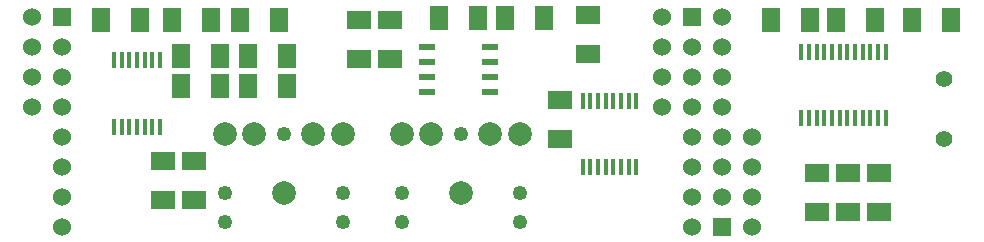
<source format=gts>
G04 (created by PCBNEW (2013-07-07 BZR 4022)-stable) date 01/09/2014 21:36:03*
%MOIN*%
G04 Gerber Fmt 3.4, Leading zero omitted, Abs format*
%FSLAX34Y34*%
G01*
G70*
G90*
G04 APERTURE LIST*
%ADD10C,0.00590551*%
%ADD11R,0.0165X0.0579*%
%ADD12R,0.06X0.06*%
%ADD13C,0.06*%
%ADD14C,0.0787402*%
%ADD15C,0.0492126*%
%ADD16R,0.08X0.06*%
%ADD17R,0.06X0.08*%
%ADD18C,0.056*%
%ADD19R,0.0551X0.0236*%
G04 APERTURE END LIST*
G54D10*
G54D11*
X85305Y-42243D03*
X85561Y-42243D03*
X85817Y-42243D03*
X86073Y-42243D03*
X84541Y-40041D03*
X84537Y-42243D03*
X84793Y-42243D03*
X85049Y-42243D03*
X86329Y-40039D03*
X86073Y-40039D03*
X85817Y-40039D03*
X85561Y-40039D03*
X85305Y-40039D03*
X85049Y-40039D03*
X86329Y-42243D03*
X84793Y-40041D03*
X84281Y-42243D03*
X86585Y-42243D03*
X86585Y-40039D03*
X84281Y-40039D03*
X84026Y-42243D03*
X86840Y-42243D03*
X86840Y-40039D03*
X84026Y-40039D03*
X77765Y-41653D03*
X77509Y-41653D03*
X77253Y-41653D03*
X76997Y-41653D03*
X78529Y-43855D03*
X78533Y-41653D03*
X78277Y-41653D03*
X78021Y-41653D03*
X76741Y-43857D03*
X76997Y-43857D03*
X77253Y-43857D03*
X77509Y-43857D03*
X77765Y-43857D03*
X78021Y-43857D03*
X76741Y-41653D03*
X78277Y-43855D03*
X61889Y-40315D03*
X61633Y-40315D03*
X61377Y-40315D03*
X61121Y-40315D03*
X61121Y-42519D03*
X62657Y-40315D03*
X62401Y-40315D03*
X62145Y-40315D03*
X61377Y-42519D03*
X61633Y-42519D03*
X61889Y-42519D03*
X62145Y-42519D03*
X62401Y-42519D03*
X62657Y-42519D03*
G54D12*
X80400Y-38875D03*
G54D13*
X80400Y-44875D03*
X80400Y-39875D03*
X80400Y-45875D03*
X80400Y-40875D03*
X80400Y-41875D03*
X80400Y-42875D03*
X80400Y-43875D03*
X79400Y-41875D03*
X79400Y-40875D03*
X79400Y-39875D03*
X79400Y-38875D03*
G54D12*
X81400Y-45875D03*
G54D13*
X81400Y-39875D03*
X81400Y-44875D03*
X81400Y-38875D03*
X81400Y-43875D03*
X81400Y-42875D03*
X81400Y-41875D03*
X81400Y-40875D03*
X82400Y-42875D03*
X82400Y-43875D03*
X82400Y-44875D03*
X82400Y-45875D03*
G54D12*
X59400Y-38875D03*
G54D13*
X59400Y-44875D03*
X59400Y-39875D03*
X59400Y-45875D03*
X59400Y-40875D03*
X59400Y-41875D03*
X59400Y-42875D03*
X59400Y-43875D03*
X58400Y-41875D03*
X58400Y-40875D03*
X58400Y-39875D03*
X58400Y-38875D03*
G54D14*
X73661Y-42755D03*
X71692Y-42755D03*
X74645Y-42755D03*
X70708Y-42755D03*
X72677Y-44724D03*
G54D15*
X74645Y-44724D03*
X70708Y-44724D03*
X74645Y-45708D03*
X70708Y-45708D03*
X72677Y-42755D03*
G54D14*
X67755Y-42755D03*
X65787Y-42755D03*
X68740Y-42755D03*
X64803Y-42755D03*
X66771Y-44724D03*
G54D15*
X68740Y-44724D03*
X64803Y-44724D03*
X68740Y-45708D03*
X64803Y-45708D03*
X66771Y-42755D03*
G54D16*
X85590Y-44074D03*
X85590Y-45374D03*
X84566Y-44074D03*
X84566Y-45374D03*
G54D17*
X87735Y-38976D03*
X89035Y-38976D03*
X85176Y-38976D03*
X86476Y-38976D03*
X84311Y-38976D03*
X83011Y-38976D03*
G54D16*
X86614Y-44074D03*
X86614Y-45374D03*
G54D18*
X88779Y-42929D03*
X88779Y-40929D03*
G54D19*
X71548Y-41379D03*
X73648Y-41379D03*
X71548Y-40879D03*
X71548Y-40379D03*
X71548Y-39879D03*
X73648Y-40879D03*
X73648Y-40379D03*
X73648Y-39879D03*
G54D16*
X76929Y-40098D03*
X76929Y-38798D03*
G54D17*
X75453Y-38897D03*
X74153Y-38897D03*
G54D16*
X70314Y-40256D03*
X70314Y-38956D03*
G54D17*
X73248Y-38897D03*
X71948Y-38897D03*
G54D16*
X69291Y-38956D03*
X69291Y-40256D03*
X75984Y-42933D03*
X75984Y-41633D03*
G54D17*
X63050Y-38976D03*
X64350Y-38976D03*
X61988Y-38976D03*
X60688Y-38976D03*
X65334Y-38976D03*
X66634Y-38976D03*
X65570Y-41181D03*
X66870Y-41181D03*
X65570Y-40157D03*
X66870Y-40157D03*
G54D16*
X63779Y-43680D03*
X63779Y-44980D03*
X62755Y-43680D03*
X62755Y-44980D03*
G54D17*
X63365Y-41181D03*
X64665Y-41181D03*
X63365Y-40157D03*
X64665Y-40157D03*
M02*

</source>
